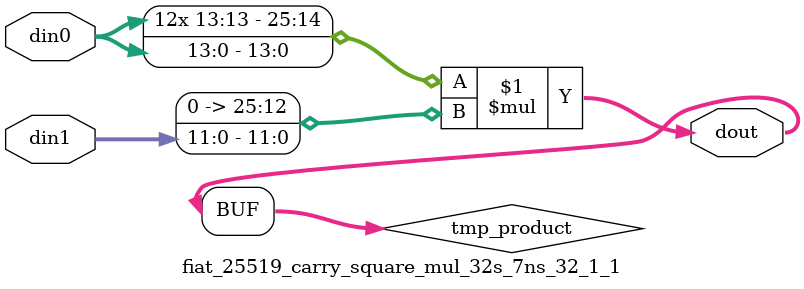
<source format=v>

`timescale 1 ns / 1 ps

  module fiat_25519_carry_square_mul_32s_7ns_32_1_1(din0, din1, dout);
parameter ID = 1;
parameter NUM_STAGE = 0;
parameter din0_WIDTH = 14;
parameter din1_WIDTH = 12;
parameter dout_WIDTH = 26;

input [din0_WIDTH - 1 : 0] din0; 
input [din1_WIDTH - 1 : 0] din1; 
output [dout_WIDTH - 1 : 0] dout;

wire signed [dout_WIDTH - 1 : 0] tmp_product;












assign tmp_product = $signed(din0) * $signed({1'b0, din1});









assign dout = tmp_product;







endmodule

</source>
